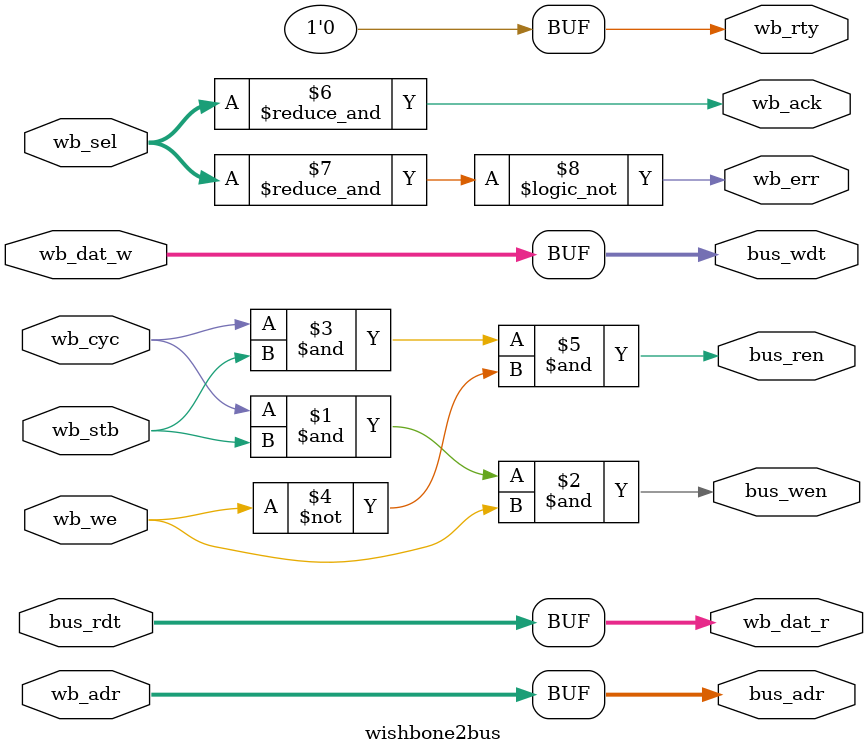
<source format=v>
module wishbone2bus #(
  parameter AW =  2,              // address width
  parameter DW = 32,              // data    width
  parameter SW = DW/8             // select  width
)(
  // Wishbone master port
  input  wire          wb_cyc,    // cycle
  input  wire          wb_stb,    // strobe
  input  wire          wb_we,     // write enable
  input  wire [AW-1:0] wb_adr,    // address
  input  wire [SW-1:0] wb_sel,    // byte select
  input  wire [DW-1:0] wb_dat_w,  // write data
  output wire [DW-1:0] wb_dat_r,  // read  data
  output wire          wb_ack,    // acknowledge
  output wire          wb_err,    // error
  output wire          wb_rty,    // retry
  // Avalon slave port
  output wire          bus_wen,   // write enable
  output wire          bus_ren,   // read  enable
  output wire [AW-1:0] bus_adr,   // address
  output wire [DW-1:0] bus_wdt,   // write data
  input  wire [DW-1:0] bus_rdt    // read  data
);

// bus write and read enable
assign bus_wen = wb_cyc & wb_stb &  wb_we;
assign bus_ren = wb_cyc & wb_stb & ~wb_we;

// address
assign bus_adr = wb_adr;

// write data
assign bus_wdt = wb_dat_w;

// read data
assign wb_dat_r = bus_rdt;

// error if not full width access else acknowledge
assign wb_ack =  &wb_sel;
assign wb_err = ~&wb_sel;
assign wb_rty =     1'b0;

endmodule

</source>
